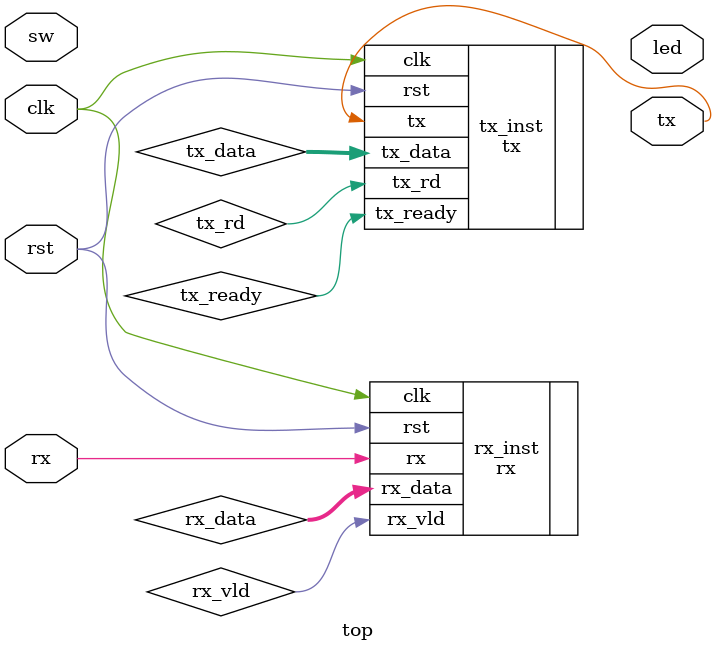
<source format=v>
`timescale 1ns / 1ps

module top(
input               clk,rst,
input               rx,
output              tx,
output reg  [7:0]   led,
input       [7:0]   sw
);

parameter   C_IDLE      = 4'b0000;//¿ÕÏÐ×´Ì¬£¬½ÓÊÕµ½´®¿ÚÊý¾ÝºóÌø×ªµ½ÏÂÒ»×´Ì¬C_CMD_RX
parameter   C_CMD_RX    = 4'b0001;//½ÓÊÕÃüÁî×´Ì¬£¬½«´®¿Ú½ÓÊÕµ½µÄÊý¾Ý´æÈë»º³åÇø£¬Ö±ÖÁ½ÓÊÕµ½»»ÐÐ·û
parameter   C_CMD_DC    = 4'b0010;//½âÂëÃüÁî×´Ì¬£¬½âÎö»º³åÇøÖÐµÄÃüÁîÀàÐÍ£¬ÈçÐ´×Ö½Ú¡¢¶Á×Ö½ÚµÈ
parameter   C_CMD_WB    = 4'b0011;//Ð´Êý¾Ý½×¶Î£¬¸ù¾ÝÃüÁîÄÚÈÝ£¬½«Êý¾ÝÐ´Èë¶ÔÓ¦µØÖ·£¬Èç:wb 01 f0,ÔòÏò01ºÅµØÖ·Ð´ÈëÊý¾Ýf0 
parameter   C_CMD_RB    = 4'b0100;//¶ÁÊý¾Ý½×¶Î£¬¸ù¾ÝÃüÁîÄÚÈÝ£¬¶ÁÈ¡¶ÔÓ¦µØÖ·µÄÊý¾Ý£¬Èç:rb a1,Ôò´Óa1µØÖ·¶ÁÈ¡Êý¾Ý   
parameter   C_RD_WAIT   = 4'b0101;//¶ÁÊý¾ÝµÈ´ý½×¶Î£¬´ýÊý¾Ý¶Á³öºóÒÔASCIIÂë¸ñÊ½´æÈë·¢ËÍ»º³åÇø
parameter   C_TX_WAIT   = 4'b0110;//·¢ËÍµÈ´ý½×¶Î£¬½«·¢ËÍ»º³åÇøÖÐµÄÊý¾ÝÒÀ´ÎÒÔASCIIÂë¸ñÊ½´Ó´®¿Ú·¢³ö
parameter   C_ERROR     = 4'b0111;//´íÎó×´Ì¬£¬ÉÏÎ»»ú·¢ËÍµÄÃüÁî¸ñÊ½ÓÐÎóÊ±½øÈë´Ë×´Ì¬£¬ÏòÉÏÎ»»ú·¢ËÍ¡°ERROR£¡¡±×ÖÑù
wire                tx_ready;
wire        [7:0]   tx_data;
wire        [7:0]   rx_data;

reg         [3:0]   curr_state;
reg         [3:0]   next_state;

reg         [3:0]   rx_bcnt; //¼ÇÂ¼´®¿Ú·¢À´µÄÃüÁî³¤¶È£¬Ä¬ÈÏÒ»ÌõÃüÁî²»³¬¹ý14×Ö½Ú
wire                is_wb_cmd;
wire                is_rb_cmd;
wire                is_error_cmd;
reg         [7:0]   rx_byte_buff_0;//0~7´æ·Å½ÓÊÕµ½µÄÃüÁî£¬Èç£ºwr 0a f0,±íÊ¾Ïò0aµØÖ·Ð´ÈëÊý¾Ýf0
reg         [7:0]   rx_byte_buff_1;
reg         [7:0]   rx_byte_buff_2;
reg         [7:0]   rx_byte_buff_3;
reg         [7:0]   rx_byte_buff_4;
reg         [7:0]   rx_byte_buff_5;
reg         [7:0]   rx_byte_buff_6;
reg         [7:0]   rx_byte_buff_7;

reg         [7:0]   tx_byte_buff_0;
reg         [7:0]   tx_byte_buff_1;
reg         [7:0]   tx_byte_buff_2;
reg         [7:0]   tx_byte_buff_3;
reg         [7:0]   tx_byte_buff_4;
reg         [7:0]   tx_byte_buff_5;
reg         [7:0]   tx_byte_buff_6;
reg         [7:0]   tx_byte_buff_7;
always@(posedge clk or posedge rst)
begin
    if(rst)
        curr_state  <= C_IDLE;
    else
        curr_state  <= next_state;
end
always@(*)
begin
    case(curr_state)
        C_IDLE:
            if((rx_vld==1'b1)&&(rx_data!=8'h0a))
                next_state  = C_CMD_RX;
            else
                next_state  = C_IDLE;
        C_CMD_RX:
            if((rx_vld==1'b1)&&(rx_data==8'h0a))
                next_state  = C_CMD_DC;
            else if(rx_bcnt == 4'hf)
                next_state  = C_ERROR;
            else
                next_state  = C_CMD_DC;
        C_CMD_DC:
            if(is_wb_cmd)
                next_state  = C_CMD_WB;
            else if(is_rb_cmd)
                next_state  = C_CMD_RB;
            else
                next_state  = C_ERROR;
        C_CMD_WB:
            next_state  = C_IDLE;
        C_CMD_RB:
            next_state  = C_RD_WAIT;
        C_RD_WAIT:
            next_state  = C_TX_WAIT;
        C_TX_WAIT:
            if((tx_ready==1'b1)&&(tx_rd==1'b1)&&(tx_data==8'h0a))
                next_state  = C_IDLE;
            else
                next_state  = C_TX_WAIT;
        C_ERROR:
            next_state  = C_TX_WAIT;
        default:
            next_state      = C_IDLE;
    endcase
end

rx                  rx_inst(
.clk                (clk),
.rst                (rst),
.rx                 (rx),
.rx_vld             (rx_vld),
.rx_data            (rx_data)
);                     
tx                  tx_inst(
.clk                (clk),
.rst                (rst),
.tx                 (tx ),
.tx_ready           (tx_ready),
.tx_rd              (tx_rd),
.tx_data            (tx_data)
);


/*assign  tx_ready    = rx_vld;
assign  tx_data     = sw;
always@(posedge clk or posedge rst)
begin
    if(rst)
        led <= 8'h0;
    else if((rx_vld)&&(rx_data!=8'h0a))
        led <= rx_data;  
end*/

endmodule

</source>
